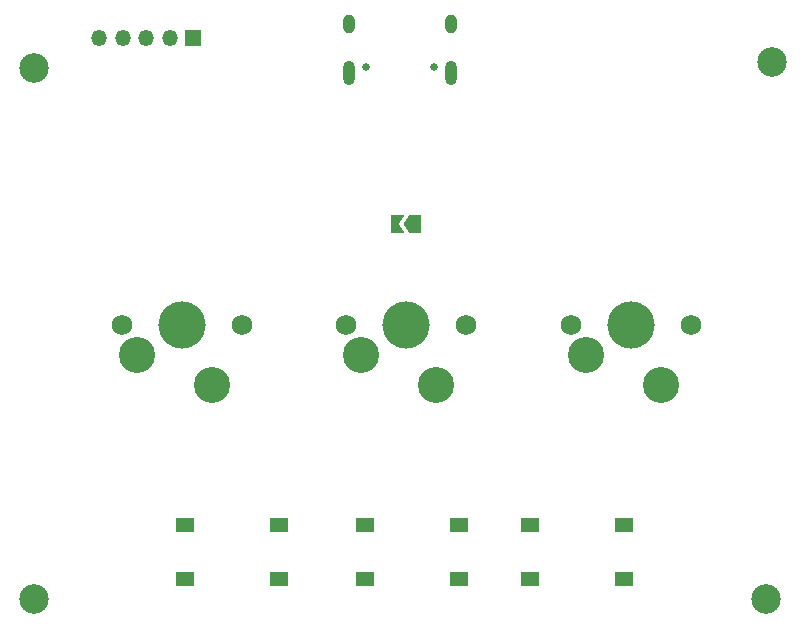
<source format=gbr>
%TF.GenerationSoftware,KiCad,Pcbnew,6.0.6+dfsg-1*%
%TF.CreationDate,2022-07-23T23:21:49-07:00*%
%TF.ProjectId,muon,6d756f6e-2e6b-4696-9361-645f70636258,rev?*%
%TF.SameCoordinates,Original*%
%TF.FileFunction,Soldermask,Bot*%
%TF.FilePolarity,Negative*%
%FSLAX45Y45*%
G04 Gerber Fmt 4.5, Leading zero omitted, Abs format (unit mm)*
G04 Created by KiCad (PCBNEW 6.0.6+dfsg-1) date 2022-07-23 23:21:49*
%MOMM*%
%LPD*%
G01*
G04 APERTURE LIST*
G04 Aperture macros list*
%AMFreePoly0*
4,1,6,0.500000,-0.750000,-0.650000,-0.750000,-0.150000,0.000000,-0.650000,0.750000,0.500000,0.750000,0.500000,-0.750000,0.500000,-0.750000,$1*%
%AMFreePoly1*
4,1,6,1.000000,0.000000,0.500000,-0.750000,-0.500000,-0.750000,-0.500000,0.750000,0.500000,0.750000,1.000000,0.000000,1.000000,0.000000,$1*%
G04 Aperture macros list end*
%ADD10C,2.500000*%
%ADD11C,0.650000*%
%ADD12O,1.000000X1.600000*%
%ADD13O,1.000000X2.100000*%
%ADD14R,1.350000X1.350000*%
%ADD15O,1.350000X1.350000*%
%ADD16C,3.050000*%
%ADD17C,1.750000*%
%ADD18C,4.000000*%
%ADD19R,1.550000X1.300000*%
%ADD20FreePoly0,180.000000*%
%ADD21FreePoly1,180.000000*%
G04 APERTURE END LIST*
D10*
%TO.C,REF\u002A\u002A*%
X12250000Y-10500000D03*
%TD*%
D11*
%TO.C,J2*%
X15061000Y-5994000D03*
X15639000Y-5994000D03*
D12*
X15782000Y-5629000D03*
X14918000Y-5629000D03*
D13*
X15782000Y-6047000D03*
X14918000Y-6047000D03*
%TD*%
D10*
%TO.C,REF\u002A\u002A*%
X18450000Y-10500000D03*
%TD*%
D14*
%TO.C,J1*%
X13600000Y-5750000D03*
D15*
X13400000Y-5750000D03*
X13200000Y-5750000D03*
X13000000Y-5750000D03*
X12800000Y-5750000D03*
%TD*%
D10*
%TO.C,REF\u002A\u002A*%
X18500000Y-5950000D03*
%TD*%
%TO.C,REF\u002A\u002A*%
X12250000Y-6000000D03*
%TD*%
D16*
%TO.C,SW2*%
X15654000Y-8683000D03*
D17*
X14892000Y-8175000D03*
X15908000Y-8175000D03*
D16*
X15019000Y-8429000D03*
D18*
X15400000Y-8175000D03*
%TD*%
D19*
%TO.C,SW6*%
X16452500Y-9875000D03*
X17247500Y-9875000D03*
X16452500Y-10325000D03*
X17247500Y-10325000D03*
%TD*%
%TO.C,SW4*%
X14322500Y-9875000D03*
X13527500Y-9875000D03*
X14322500Y-10325000D03*
X13527500Y-10325000D03*
%TD*%
%TO.C,SW5*%
X15052500Y-9875000D03*
X15847500Y-9875000D03*
X15847500Y-10325000D03*
X15052500Y-10325000D03*
%TD*%
D17*
%TO.C,SW7*%
X17813000Y-8175000D03*
X16797000Y-8175000D03*
D18*
X17305000Y-8175000D03*
D16*
X16924000Y-8429000D03*
X17559000Y-8683000D03*
%TD*%
%TO.C,SW1*%
X13119000Y-8429000D03*
X13754000Y-8683000D03*
D18*
X13500000Y-8175000D03*
D17*
X12992000Y-8175000D03*
X14008000Y-8175000D03*
%TD*%
D20*
%TO.C,JP1*%
X15327500Y-7325000D03*
D21*
X15472500Y-7325000D03*
%TD*%
M02*

</source>
